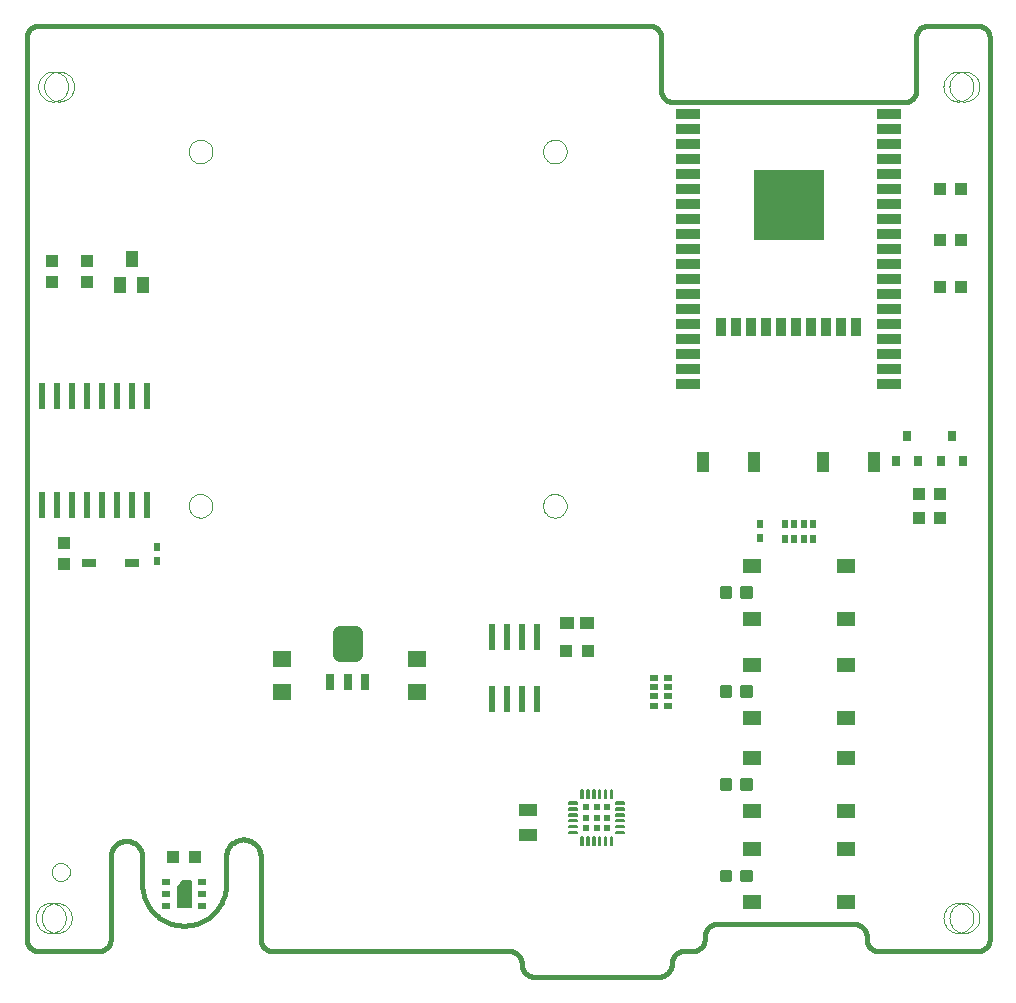
<source format=gtp>
G75*
G70*
%OFA0B0*%
%FSLAX24Y24*%
%IPPOS*%
%LPD*%
%AMOC8*
5,1,8,0,0,1.08239X$1,22.5*
%
%ADD10C,0.0000*%
%ADD11C,0.0160*%
%ADD12R,0.0591X0.0354*%
%ADD13R,0.0354X0.0591*%
%ADD14R,0.2362X0.2362*%
%ADD15C,0.0118*%
%ADD16R,0.0610X0.0512*%
%ADD17R,0.1244X0.1244*%
%ADD18R,0.0787X0.0354*%
%ADD19C,0.0055*%
%ADD20R,0.0236X0.0236*%
%ADD21R,0.0630X0.0433*%
%ADD22R,0.0315X0.0354*%
%ADD23R,0.0394X0.0433*%
%ADD24R,0.0236X0.0866*%
%ADD25R,0.0472X0.0276*%
%ADD26R,0.0433X0.0394*%
%ADD27R,0.0197X0.0276*%
%ADD28R,0.0400X0.0700*%
%ADD29R,0.0315X0.0197*%
%ADD30R,0.0079X0.0079*%
%ADD31C,0.0050*%
%ADD32R,0.0256X0.0197*%
%ADD33R,0.0197X0.0256*%
%ADD34R,0.0240X0.0870*%
%ADD35R,0.0394X0.0551*%
%ADD36R,0.0453X0.0433*%
%ADD37R,0.0630X0.0551*%
%ADD38R,0.0315X0.0551*%
%ADD39C,0.0500*%
D10*
X001696Y002796D02*
X001698Y002840D01*
X001704Y002884D01*
X001714Y002927D01*
X001727Y002969D01*
X001744Y003010D01*
X001765Y003049D01*
X001789Y003086D01*
X001816Y003121D01*
X001846Y003153D01*
X001879Y003183D01*
X001915Y003209D01*
X001952Y003233D01*
X001992Y003252D01*
X002033Y003269D01*
X002076Y003281D01*
X002119Y003290D01*
X002163Y003295D01*
X002207Y003296D01*
X002251Y003293D01*
X002295Y003286D01*
X002338Y003275D01*
X002380Y003261D01*
X002420Y003243D01*
X002459Y003221D01*
X002495Y003197D01*
X002529Y003169D01*
X002561Y003138D01*
X002590Y003104D01*
X002616Y003068D01*
X002638Y003030D01*
X002657Y002990D01*
X002672Y002948D01*
X002684Y002906D01*
X002692Y002862D01*
X002696Y002818D01*
X002696Y002774D01*
X002692Y002730D01*
X002684Y002686D01*
X002672Y002644D01*
X002657Y002602D01*
X002638Y002562D01*
X002616Y002524D01*
X002590Y002488D01*
X002561Y002454D01*
X002529Y002423D01*
X002495Y002395D01*
X002459Y002371D01*
X002420Y002349D01*
X002380Y002331D01*
X002338Y002317D01*
X002295Y002306D01*
X002251Y002299D01*
X002207Y002296D01*
X002163Y002297D01*
X002119Y002302D01*
X002076Y002311D01*
X002033Y002323D01*
X001992Y002340D01*
X001952Y002359D01*
X001915Y002383D01*
X001879Y002409D01*
X001846Y002439D01*
X001816Y002471D01*
X001789Y002506D01*
X001765Y002543D01*
X001744Y002582D01*
X001727Y002623D01*
X001714Y002665D01*
X001704Y002708D01*
X001698Y002752D01*
X001696Y002796D01*
X001896Y002796D02*
X001898Y002840D01*
X001904Y002884D01*
X001914Y002927D01*
X001927Y002969D01*
X001944Y003010D01*
X001965Y003049D01*
X001989Y003086D01*
X002016Y003121D01*
X002046Y003153D01*
X002079Y003183D01*
X002115Y003209D01*
X002152Y003233D01*
X002192Y003252D01*
X002233Y003269D01*
X002276Y003281D01*
X002319Y003290D01*
X002363Y003295D01*
X002407Y003296D01*
X002451Y003293D01*
X002495Y003286D01*
X002538Y003275D01*
X002580Y003261D01*
X002620Y003243D01*
X002659Y003221D01*
X002695Y003197D01*
X002729Y003169D01*
X002761Y003138D01*
X002790Y003104D01*
X002816Y003068D01*
X002838Y003030D01*
X002857Y002990D01*
X002872Y002948D01*
X002884Y002906D01*
X002892Y002862D01*
X002896Y002818D01*
X002896Y002774D01*
X002892Y002730D01*
X002884Y002686D01*
X002872Y002644D01*
X002857Y002602D01*
X002838Y002562D01*
X002816Y002524D01*
X002790Y002488D01*
X002761Y002454D01*
X002729Y002423D01*
X002695Y002395D01*
X002659Y002371D01*
X002620Y002349D01*
X002580Y002331D01*
X002538Y002317D01*
X002495Y002306D01*
X002451Y002299D01*
X002407Y002296D01*
X002363Y002297D01*
X002319Y002302D01*
X002276Y002311D01*
X002233Y002323D01*
X002192Y002340D01*
X002152Y002359D01*
X002115Y002383D01*
X002079Y002409D01*
X002046Y002439D01*
X002016Y002471D01*
X001989Y002506D01*
X001965Y002543D01*
X001944Y002582D01*
X001927Y002623D01*
X001914Y002665D01*
X001904Y002708D01*
X001898Y002752D01*
X001896Y002796D01*
X002232Y004331D02*
X002234Y004365D01*
X002240Y004399D01*
X002249Y004432D01*
X002263Y004463D01*
X002280Y004493D01*
X002300Y004521D01*
X002323Y004546D01*
X002349Y004569D01*
X002377Y004588D01*
X002407Y004604D01*
X002439Y004616D01*
X002472Y004625D01*
X002506Y004630D01*
X002541Y004631D01*
X002575Y004628D01*
X002608Y004621D01*
X002641Y004611D01*
X002672Y004596D01*
X002701Y004579D01*
X002728Y004558D01*
X002753Y004534D01*
X002775Y004507D01*
X002793Y004479D01*
X002808Y004448D01*
X002820Y004416D01*
X002828Y004382D01*
X002832Y004348D01*
X002832Y004314D01*
X002828Y004280D01*
X002820Y004246D01*
X002808Y004214D01*
X002793Y004183D01*
X002775Y004155D01*
X002753Y004128D01*
X002728Y004104D01*
X002701Y004083D01*
X002672Y004066D01*
X002641Y004051D01*
X002608Y004041D01*
X002575Y004034D01*
X002541Y004031D01*
X002506Y004032D01*
X002472Y004037D01*
X002439Y004046D01*
X002407Y004058D01*
X002377Y004074D01*
X002349Y004093D01*
X002323Y004116D01*
X002300Y004141D01*
X002280Y004169D01*
X002263Y004199D01*
X002249Y004230D01*
X002240Y004263D01*
X002234Y004297D01*
X002232Y004331D01*
X006792Y016535D02*
X006794Y016574D01*
X006800Y016613D01*
X006810Y016651D01*
X006823Y016688D01*
X006840Y016723D01*
X006860Y016757D01*
X006884Y016788D01*
X006911Y016817D01*
X006940Y016843D01*
X006972Y016866D01*
X007006Y016886D01*
X007042Y016902D01*
X007079Y016914D01*
X007118Y016923D01*
X007157Y016928D01*
X007196Y016929D01*
X007235Y016926D01*
X007274Y016919D01*
X007311Y016908D01*
X007348Y016894D01*
X007383Y016876D01*
X007416Y016855D01*
X007447Y016830D01*
X007475Y016803D01*
X007500Y016773D01*
X007522Y016740D01*
X007541Y016706D01*
X007556Y016670D01*
X007568Y016632D01*
X007576Y016594D01*
X007580Y016555D01*
X007580Y016515D01*
X007576Y016476D01*
X007568Y016438D01*
X007556Y016400D01*
X007541Y016364D01*
X007522Y016330D01*
X007500Y016297D01*
X007475Y016267D01*
X007447Y016240D01*
X007416Y016215D01*
X007383Y016194D01*
X007348Y016176D01*
X007311Y016162D01*
X007274Y016151D01*
X007235Y016144D01*
X007196Y016141D01*
X007157Y016142D01*
X007118Y016147D01*
X007079Y016156D01*
X007042Y016168D01*
X007006Y016184D01*
X006972Y016204D01*
X006940Y016227D01*
X006911Y016253D01*
X006884Y016282D01*
X006860Y016313D01*
X006840Y016347D01*
X006823Y016382D01*
X006810Y016419D01*
X006800Y016457D01*
X006794Y016496D01*
X006792Y016535D01*
X006792Y028346D02*
X006794Y028385D01*
X006800Y028424D01*
X006810Y028462D01*
X006823Y028499D01*
X006840Y028534D01*
X006860Y028568D01*
X006884Y028599D01*
X006911Y028628D01*
X006940Y028654D01*
X006972Y028677D01*
X007006Y028697D01*
X007042Y028713D01*
X007079Y028725D01*
X007118Y028734D01*
X007157Y028739D01*
X007196Y028740D01*
X007235Y028737D01*
X007274Y028730D01*
X007311Y028719D01*
X007348Y028705D01*
X007383Y028687D01*
X007416Y028666D01*
X007447Y028641D01*
X007475Y028614D01*
X007500Y028584D01*
X007522Y028551D01*
X007541Y028517D01*
X007556Y028481D01*
X007568Y028443D01*
X007576Y028405D01*
X007580Y028366D01*
X007580Y028326D01*
X007576Y028287D01*
X007568Y028249D01*
X007556Y028211D01*
X007541Y028175D01*
X007522Y028141D01*
X007500Y028108D01*
X007475Y028078D01*
X007447Y028051D01*
X007416Y028026D01*
X007383Y028005D01*
X007348Y027987D01*
X007311Y027973D01*
X007274Y027962D01*
X007235Y027955D01*
X007196Y027952D01*
X007157Y027953D01*
X007118Y027958D01*
X007079Y027967D01*
X007042Y027979D01*
X007006Y027995D01*
X006972Y028015D01*
X006940Y028038D01*
X006911Y028064D01*
X006884Y028093D01*
X006860Y028124D01*
X006840Y028158D01*
X006823Y028193D01*
X006810Y028230D01*
X006800Y028268D01*
X006794Y028307D01*
X006792Y028346D01*
X001974Y030512D02*
X001976Y030556D01*
X001982Y030600D01*
X001992Y030643D01*
X002005Y030685D01*
X002022Y030726D01*
X002043Y030765D01*
X002067Y030802D01*
X002094Y030837D01*
X002124Y030869D01*
X002157Y030899D01*
X002193Y030925D01*
X002230Y030949D01*
X002270Y030968D01*
X002311Y030985D01*
X002354Y030997D01*
X002397Y031006D01*
X002441Y031011D01*
X002485Y031012D01*
X002529Y031009D01*
X002573Y031002D01*
X002616Y030991D01*
X002658Y030977D01*
X002698Y030959D01*
X002737Y030937D01*
X002773Y030913D01*
X002807Y030885D01*
X002839Y030854D01*
X002868Y030820D01*
X002894Y030784D01*
X002916Y030746D01*
X002935Y030706D01*
X002950Y030664D01*
X002962Y030622D01*
X002970Y030578D01*
X002974Y030534D01*
X002974Y030490D01*
X002970Y030446D01*
X002962Y030402D01*
X002950Y030360D01*
X002935Y030318D01*
X002916Y030278D01*
X002894Y030240D01*
X002868Y030204D01*
X002839Y030170D01*
X002807Y030139D01*
X002773Y030111D01*
X002737Y030087D01*
X002698Y030065D01*
X002658Y030047D01*
X002616Y030033D01*
X002573Y030022D01*
X002529Y030015D01*
X002485Y030012D01*
X002441Y030013D01*
X002397Y030018D01*
X002354Y030027D01*
X002311Y030039D01*
X002270Y030056D01*
X002230Y030075D01*
X002193Y030099D01*
X002157Y030125D01*
X002124Y030155D01*
X002094Y030187D01*
X002067Y030222D01*
X002043Y030259D01*
X002022Y030298D01*
X002005Y030339D01*
X001992Y030381D01*
X001982Y030424D01*
X001976Y030468D01*
X001974Y030512D01*
X001774Y030512D02*
X001776Y030556D01*
X001782Y030600D01*
X001792Y030643D01*
X001805Y030685D01*
X001822Y030726D01*
X001843Y030765D01*
X001867Y030802D01*
X001894Y030837D01*
X001924Y030869D01*
X001957Y030899D01*
X001993Y030925D01*
X002030Y030949D01*
X002070Y030968D01*
X002111Y030985D01*
X002154Y030997D01*
X002197Y031006D01*
X002241Y031011D01*
X002285Y031012D01*
X002329Y031009D01*
X002373Y031002D01*
X002416Y030991D01*
X002458Y030977D01*
X002498Y030959D01*
X002537Y030937D01*
X002573Y030913D01*
X002607Y030885D01*
X002639Y030854D01*
X002668Y030820D01*
X002694Y030784D01*
X002716Y030746D01*
X002735Y030706D01*
X002750Y030664D01*
X002762Y030622D01*
X002770Y030578D01*
X002774Y030534D01*
X002774Y030490D01*
X002770Y030446D01*
X002762Y030402D01*
X002750Y030360D01*
X002735Y030318D01*
X002716Y030278D01*
X002694Y030240D01*
X002668Y030204D01*
X002639Y030170D01*
X002607Y030139D01*
X002573Y030111D01*
X002537Y030087D01*
X002498Y030065D01*
X002458Y030047D01*
X002416Y030033D01*
X002373Y030022D01*
X002329Y030015D01*
X002285Y030012D01*
X002241Y030013D01*
X002197Y030018D01*
X002154Y030027D01*
X002111Y030039D01*
X002070Y030056D01*
X002030Y030075D01*
X001993Y030099D01*
X001957Y030125D01*
X001924Y030155D01*
X001894Y030187D01*
X001867Y030222D01*
X001843Y030259D01*
X001822Y030298D01*
X001805Y030339D01*
X001792Y030381D01*
X001782Y030424D01*
X001776Y030468D01*
X001774Y030512D01*
X018603Y028346D02*
X018605Y028385D01*
X018611Y028424D01*
X018621Y028462D01*
X018634Y028499D01*
X018651Y028534D01*
X018671Y028568D01*
X018695Y028599D01*
X018722Y028628D01*
X018751Y028654D01*
X018783Y028677D01*
X018817Y028697D01*
X018853Y028713D01*
X018890Y028725D01*
X018929Y028734D01*
X018968Y028739D01*
X019007Y028740D01*
X019046Y028737D01*
X019085Y028730D01*
X019122Y028719D01*
X019159Y028705D01*
X019194Y028687D01*
X019227Y028666D01*
X019258Y028641D01*
X019286Y028614D01*
X019311Y028584D01*
X019333Y028551D01*
X019352Y028517D01*
X019367Y028481D01*
X019379Y028443D01*
X019387Y028405D01*
X019391Y028366D01*
X019391Y028326D01*
X019387Y028287D01*
X019379Y028249D01*
X019367Y028211D01*
X019352Y028175D01*
X019333Y028141D01*
X019311Y028108D01*
X019286Y028078D01*
X019258Y028051D01*
X019227Y028026D01*
X019194Y028005D01*
X019159Y027987D01*
X019122Y027973D01*
X019085Y027962D01*
X019046Y027955D01*
X019007Y027952D01*
X018968Y027953D01*
X018929Y027958D01*
X018890Y027967D01*
X018853Y027979D01*
X018817Y027995D01*
X018783Y028015D01*
X018751Y028038D01*
X018722Y028064D01*
X018695Y028093D01*
X018671Y028124D01*
X018651Y028158D01*
X018634Y028193D01*
X018621Y028230D01*
X018611Y028268D01*
X018605Y028307D01*
X018603Y028346D01*
X018603Y016535D02*
X018605Y016574D01*
X018611Y016613D01*
X018621Y016651D01*
X018634Y016688D01*
X018651Y016723D01*
X018671Y016757D01*
X018695Y016788D01*
X018722Y016817D01*
X018751Y016843D01*
X018783Y016866D01*
X018817Y016886D01*
X018853Y016902D01*
X018890Y016914D01*
X018929Y016923D01*
X018968Y016928D01*
X019007Y016929D01*
X019046Y016926D01*
X019085Y016919D01*
X019122Y016908D01*
X019159Y016894D01*
X019194Y016876D01*
X019227Y016855D01*
X019258Y016830D01*
X019286Y016803D01*
X019311Y016773D01*
X019333Y016740D01*
X019352Y016706D01*
X019367Y016670D01*
X019379Y016632D01*
X019387Y016594D01*
X019391Y016555D01*
X019391Y016515D01*
X019387Y016476D01*
X019379Y016438D01*
X019367Y016400D01*
X019352Y016364D01*
X019333Y016330D01*
X019311Y016297D01*
X019286Y016267D01*
X019258Y016240D01*
X019227Y016215D01*
X019194Y016194D01*
X019159Y016176D01*
X019122Y016162D01*
X019085Y016151D01*
X019046Y016144D01*
X019007Y016141D01*
X018968Y016142D01*
X018929Y016147D01*
X018890Y016156D01*
X018853Y016168D01*
X018817Y016184D01*
X018783Y016204D01*
X018751Y016227D01*
X018722Y016253D01*
X018695Y016282D01*
X018671Y016313D01*
X018651Y016347D01*
X018634Y016382D01*
X018621Y016419D01*
X018611Y016457D01*
X018605Y016496D01*
X018603Y016535D01*
X031953Y002796D02*
X031955Y002840D01*
X031961Y002884D01*
X031971Y002927D01*
X031984Y002969D01*
X032001Y003010D01*
X032022Y003049D01*
X032046Y003086D01*
X032073Y003121D01*
X032103Y003153D01*
X032136Y003183D01*
X032172Y003209D01*
X032209Y003233D01*
X032249Y003252D01*
X032290Y003269D01*
X032333Y003281D01*
X032376Y003290D01*
X032420Y003295D01*
X032464Y003296D01*
X032508Y003293D01*
X032552Y003286D01*
X032595Y003275D01*
X032637Y003261D01*
X032677Y003243D01*
X032716Y003221D01*
X032752Y003197D01*
X032786Y003169D01*
X032818Y003138D01*
X032847Y003104D01*
X032873Y003068D01*
X032895Y003030D01*
X032914Y002990D01*
X032929Y002948D01*
X032941Y002906D01*
X032949Y002862D01*
X032953Y002818D01*
X032953Y002774D01*
X032949Y002730D01*
X032941Y002686D01*
X032929Y002644D01*
X032914Y002602D01*
X032895Y002562D01*
X032873Y002524D01*
X032847Y002488D01*
X032818Y002454D01*
X032786Y002423D01*
X032752Y002395D01*
X032716Y002371D01*
X032677Y002349D01*
X032637Y002331D01*
X032595Y002317D01*
X032552Y002306D01*
X032508Y002299D01*
X032464Y002296D01*
X032420Y002297D01*
X032376Y002302D01*
X032333Y002311D01*
X032290Y002323D01*
X032249Y002340D01*
X032209Y002359D01*
X032172Y002383D01*
X032136Y002409D01*
X032103Y002439D01*
X032073Y002471D01*
X032046Y002506D01*
X032022Y002543D01*
X032001Y002582D01*
X031984Y002623D01*
X031971Y002665D01*
X031961Y002708D01*
X031955Y002752D01*
X031953Y002796D01*
X032153Y002796D02*
X032155Y002840D01*
X032161Y002884D01*
X032171Y002927D01*
X032184Y002969D01*
X032201Y003010D01*
X032222Y003049D01*
X032246Y003086D01*
X032273Y003121D01*
X032303Y003153D01*
X032336Y003183D01*
X032372Y003209D01*
X032409Y003233D01*
X032449Y003252D01*
X032490Y003269D01*
X032533Y003281D01*
X032576Y003290D01*
X032620Y003295D01*
X032664Y003296D01*
X032708Y003293D01*
X032752Y003286D01*
X032795Y003275D01*
X032837Y003261D01*
X032877Y003243D01*
X032916Y003221D01*
X032952Y003197D01*
X032986Y003169D01*
X033018Y003138D01*
X033047Y003104D01*
X033073Y003068D01*
X033095Y003030D01*
X033114Y002990D01*
X033129Y002948D01*
X033141Y002906D01*
X033149Y002862D01*
X033153Y002818D01*
X033153Y002774D01*
X033149Y002730D01*
X033141Y002686D01*
X033129Y002644D01*
X033114Y002602D01*
X033095Y002562D01*
X033073Y002524D01*
X033047Y002488D01*
X033018Y002454D01*
X032986Y002423D01*
X032952Y002395D01*
X032916Y002371D01*
X032877Y002349D01*
X032837Y002331D01*
X032795Y002317D01*
X032752Y002306D01*
X032708Y002299D01*
X032664Y002296D01*
X032620Y002297D01*
X032576Y002302D01*
X032533Y002311D01*
X032490Y002323D01*
X032449Y002340D01*
X032409Y002359D01*
X032372Y002383D01*
X032336Y002409D01*
X032303Y002439D01*
X032273Y002471D01*
X032246Y002506D01*
X032222Y002543D01*
X032201Y002582D01*
X032184Y002623D01*
X032171Y002665D01*
X032161Y002708D01*
X032155Y002752D01*
X032153Y002796D01*
X031953Y030512D02*
X031955Y030556D01*
X031961Y030600D01*
X031971Y030643D01*
X031984Y030685D01*
X032001Y030726D01*
X032022Y030765D01*
X032046Y030802D01*
X032073Y030837D01*
X032103Y030869D01*
X032136Y030899D01*
X032172Y030925D01*
X032209Y030949D01*
X032249Y030968D01*
X032290Y030985D01*
X032333Y030997D01*
X032376Y031006D01*
X032420Y031011D01*
X032464Y031012D01*
X032508Y031009D01*
X032552Y031002D01*
X032595Y030991D01*
X032637Y030977D01*
X032677Y030959D01*
X032716Y030937D01*
X032752Y030913D01*
X032786Y030885D01*
X032818Y030854D01*
X032847Y030820D01*
X032873Y030784D01*
X032895Y030746D01*
X032914Y030706D01*
X032929Y030664D01*
X032941Y030622D01*
X032949Y030578D01*
X032953Y030534D01*
X032953Y030490D01*
X032949Y030446D01*
X032941Y030402D01*
X032929Y030360D01*
X032914Y030318D01*
X032895Y030278D01*
X032873Y030240D01*
X032847Y030204D01*
X032818Y030170D01*
X032786Y030139D01*
X032752Y030111D01*
X032716Y030087D01*
X032677Y030065D01*
X032637Y030047D01*
X032595Y030033D01*
X032552Y030022D01*
X032508Y030015D01*
X032464Y030012D01*
X032420Y030013D01*
X032376Y030018D01*
X032333Y030027D01*
X032290Y030039D01*
X032249Y030056D01*
X032209Y030075D01*
X032172Y030099D01*
X032136Y030125D01*
X032103Y030155D01*
X032073Y030187D01*
X032046Y030222D01*
X032022Y030259D01*
X032001Y030298D01*
X031984Y030339D01*
X031971Y030381D01*
X031961Y030424D01*
X031955Y030468D01*
X031953Y030512D01*
X032153Y030512D02*
X032155Y030556D01*
X032161Y030600D01*
X032171Y030643D01*
X032184Y030685D01*
X032201Y030726D01*
X032222Y030765D01*
X032246Y030802D01*
X032273Y030837D01*
X032303Y030869D01*
X032336Y030899D01*
X032372Y030925D01*
X032409Y030949D01*
X032449Y030968D01*
X032490Y030985D01*
X032533Y030997D01*
X032576Y031006D01*
X032620Y031011D01*
X032664Y031012D01*
X032708Y031009D01*
X032752Y031002D01*
X032795Y030991D01*
X032837Y030977D01*
X032877Y030959D01*
X032916Y030937D01*
X032952Y030913D01*
X032986Y030885D01*
X033018Y030854D01*
X033047Y030820D01*
X033073Y030784D01*
X033095Y030746D01*
X033114Y030706D01*
X033129Y030664D01*
X033141Y030622D01*
X033149Y030578D01*
X033153Y030534D01*
X033153Y030490D01*
X033149Y030446D01*
X033141Y030402D01*
X033129Y030360D01*
X033114Y030318D01*
X033095Y030278D01*
X033073Y030240D01*
X033047Y030204D01*
X033018Y030170D01*
X032986Y030139D01*
X032952Y030111D01*
X032916Y030087D01*
X032877Y030065D01*
X032837Y030047D01*
X032795Y030033D01*
X032752Y030022D01*
X032708Y030015D01*
X032664Y030012D01*
X032620Y030013D01*
X032576Y030018D01*
X032533Y030027D01*
X032490Y030039D01*
X032449Y030056D01*
X032409Y030075D01*
X032372Y030099D01*
X032336Y030125D01*
X032303Y030155D01*
X032273Y030187D01*
X032246Y030222D01*
X032222Y030259D01*
X032201Y030298D01*
X032184Y030339D01*
X032171Y030381D01*
X032161Y030424D01*
X032155Y030468D01*
X032153Y030512D01*
D11*
X003790Y001690D02*
X001790Y001690D01*
X001751Y001692D01*
X001712Y001698D01*
X001674Y001707D01*
X001637Y001720D01*
X001601Y001737D01*
X001568Y001757D01*
X001536Y001781D01*
X001507Y001807D01*
X001481Y001836D01*
X001457Y001868D01*
X001437Y001901D01*
X001420Y001937D01*
X001407Y001974D01*
X001398Y002012D01*
X001392Y002051D01*
X001390Y002090D01*
X001390Y032140D01*
X001392Y032179D01*
X001398Y032218D01*
X001407Y032256D01*
X001420Y032293D01*
X001437Y032329D01*
X001457Y032362D01*
X001481Y032394D01*
X001507Y032423D01*
X001536Y032449D01*
X001568Y032473D01*
X001601Y032493D01*
X001637Y032510D01*
X001674Y032523D01*
X001712Y032532D01*
X001751Y032538D01*
X001790Y032540D01*
X022140Y032540D01*
X022179Y032538D01*
X022218Y032532D01*
X022256Y032523D01*
X022293Y032510D01*
X022329Y032493D01*
X022362Y032473D01*
X022394Y032449D01*
X022423Y032423D01*
X022449Y032394D01*
X022473Y032362D01*
X022493Y032329D01*
X022510Y032293D01*
X022523Y032256D01*
X022532Y032218D01*
X022538Y032179D01*
X022540Y032140D01*
X022540Y030390D01*
X022542Y030351D01*
X022548Y030312D01*
X022557Y030274D01*
X022570Y030237D01*
X022587Y030201D01*
X022607Y030168D01*
X022631Y030136D01*
X022657Y030107D01*
X022686Y030081D01*
X022718Y030057D01*
X022751Y030037D01*
X022787Y030020D01*
X022824Y030007D01*
X022862Y029998D01*
X022901Y029992D01*
X022940Y029990D01*
X030640Y029990D01*
X030679Y029992D01*
X030718Y029998D01*
X030756Y030007D01*
X030793Y030020D01*
X030829Y030037D01*
X030862Y030057D01*
X030894Y030081D01*
X030923Y030107D01*
X030949Y030136D01*
X030973Y030168D01*
X030993Y030201D01*
X031010Y030237D01*
X031023Y030274D01*
X031032Y030312D01*
X031038Y030351D01*
X031040Y030390D01*
X031040Y032140D01*
X031042Y032179D01*
X031048Y032218D01*
X031057Y032256D01*
X031070Y032293D01*
X031087Y032329D01*
X031107Y032362D01*
X031131Y032394D01*
X031157Y032423D01*
X031186Y032449D01*
X031218Y032473D01*
X031251Y032493D01*
X031287Y032510D01*
X031324Y032523D01*
X031362Y032532D01*
X031401Y032538D01*
X031440Y032540D01*
X033090Y032540D01*
X033129Y032538D01*
X033168Y032532D01*
X033206Y032523D01*
X033243Y032510D01*
X033279Y032493D01*
X033312Y032473D01*
X033344Y032449D01*
X033373Y032423D01*
X033399Y032394D01*
X033423Y032362D01*
X033443Y032329D01*
X033460Y032293D01*
X033473Y032256D01*
X033482Y032218D01*
X033488Y032179D01*
X033490Y032140D01*
X033490Y002090D01*
X033488Y002051D01*
X033482Y002012D01*
X033473Y001974D01*
X033460Y001937D01*
X033443Y001901D01*
X033423Y001868D01*
X033399Y001836D01*
X033373Y001807D01*
X033344Y001781D01*
X033312Y001757D01*
X033279Y001737D01*
X033243Y001720D01*
X033206Y001707D01*
X033168Y001698D01*
X033129Y001692D01*
X033090Y001690D01*
X029790Y001690D01*
X029751Y001692D01*
X029712Y001698D01*
X029674Y001707D01*
X029637Y001720D01*
X029601Y001737D01*
X029568Y001757D01*
X029536Y001781D01*
X029507Y001807D01*
X029481Y001836D01*
X029457Y001868D01*
X029437Y001901D01*
X029420Y001937D01*
X029407Y001974D01*
X029398Y002012D01*
X029392Y002051D01*
X029390Y002090D01*
X029390Y002190D01*
X029388Y002229D01*
X029382Y002268D01*
X029373Y002306D01*
X029360Y002343D01*
X029343Y002379D01*
X029323Y002412D01*
X029299Y002444D01*
X029273Y002473D01*
X029244Y002499D01*
X029212Y002523D01*
X029179Y002543D01*
X029143Y002560D01*
X029106Y002573D01*
X029068Y002582D01*
X029029Y002588D01*
X028990Y002590D01*
X024390Y002590D01*
X024351Y002588D01*
X024312Y002582D01*
X024274Y002573D01*
X024237Y002560D01*
X024201Y002543D01*
X024168Y002523D01*
X024136Y002499D01*
X024107Y002473D01*
X024081Y002444D01*
X024057Y002412D01*
X024037Y002379D01*
X024020Y002343D01*
X024007Y002306D01*
X023998Y002268D01*
X023992Y002229D01*
X023990Y002190D01*
X023990Y002090D01*
X023988Y002051D01*
X023982Y002012D01*
X023973Y001974D01*
X023960Y001937D01*
X023943Y001901D01*
X023923Y001868D01*
X023899Y001836D01*
X023873Y001807D01*
X023844Y001781D01*
X023812Y001757D01*
X023779Y001737D01*
X023743Y001720D01*
X023706Y001707D01*
X023668Y001698D01*
X023629Y001692D01*
X023590Y001690D01*
X023290Y001690D01*
X023251Y001688D01*
X023212Y001682D01*
X023174Y001673D01*
X023137Y001660D01*
X023101Y001643D01*
X023068Y001623D01*
X023036Y001599D01*
X023007Y001573D01*
X022981Y001544D01*
X022957Y001512D01*
X022937Y001479D01*
X022920Y001443D01*
X022907Y001406D01*
X022898Y001368D01*
X022892Y001329D01*
X022890Y001290D01*
X022891Y001251D01*
X022888Y001211D01*
X022881Y001173D01*
X022871Y001135D01*
X022857Y001098D01*
X022840Y001062D01*
X022819Y001029D01*
X022796Y000997D01*
X022770Y000968D01*
X022741Y000941D01*
X022710Y000917D01*
X022677Y000895D01*
X022642Y000877D01*
X022605Y000863D01*
X022568Y000852D01*
X022529Y000844D01*
X022490Y000840D01*
X018290Y000840D01*
X018251Y000844D01*
X018212Y000852D01*
X018175Y000863D01*
X018138Y000877D01*
X018103Y000895D01*
X018070Y000917D01*
X018039Y000941D01*
X018010Y000968D01*
X017984Y000997D01*
X017961Y001029D01*
X017940Y001062D01*
X017923Y001098D01*
X017909Y001135D01*
X017899Y001173D01*
X017892Y001211D01*
X017889Y001251D01*
X017890Y001290D01*
X017888Y001329D01*
X017882Y001368D01*
X017873Y001406D01*
X017860Y001443D01*
X017843Y001479D01*
X017823Y001512D01*
X017799Y001544D01*
X017773Y001573D01*
X017744Y001599D01*
X017712Y001623D01*
X017679Y001643D01*
X017643Y001660D01*
X017606Y001673D01*
X017568Y001682D01*
X017529Y001688D01*
X017490Y001690D01*
X009590Y001690D01*
X009551Y001692D01*
X009512Y001698D01*
X009474Y001707D01*
X009437Y001720D01*
X009401Y001737D01*
X009368Y001757D01*
X009336Y001781D01*
X009307Y001807D01*
X009281Y001836D01*
X009257Y001868D01*
X009237Y001901D01*
X009220Y001937D01*
X009207Y001974D01*
X009198Y002012D01*
X009192Y002051D01*
X009190Y002090D01*
X009190Y004840D01*
X009188Y004886D01*
X009183Y004932D01*
X009173Y004978D01*
X009160Y005022D01*
X009144Y005065D01*
X009124Y005107D01*
X009101Y005147D01*
X009075Y005185D01*
X009045Y005221D01*
X009013Y005255D01*
X008979Y005285D01*
X008942Y005313D01*
X008903Y005338D01*
X008861Y005359D01*
X008819Y005378D01*
X008775Y005392D01*
X008730Y005403D01*
X008684Y005411D01*
X008638Y005415D01*
X008592Y005415D01*
X008546Y005411D01*
X008500Y005403D01*
X008455Y005392D01*
X008411Y005378D01*
X008369Y005359D01*
X008327Y005338D01*
X008288Y005313D01*
X008251Y005285D01*
X008217Y005255D01*
X008185Y005221D01*
X008155Y005185D01*
X008129Y005147D01*
X008106Y005107D01*
X008086Y005065D01*
X008070Y005022D01*
X008057Y004978D01*
X008047Y004932D01*
X008042Y004886D01*
X008040Y004840D01*
X008040Y003940D01*
X008038Y003867D01*
X008032Y003794D01*
X008023Y003721D01*
X008009Y003649D01*
X007992Y003578D01*
X007971Y003507D01*
X007947Y003438D01*
X007919Y003371D01*
X007887Y003304D01*
X007852Y003240D01*
X007814Y003178D01*
X007773Y003117D01*
X007728Y003059D01*
X007680Y003003D01*
X007630Y002950D01*
X007577Y002900D01*
X007521Y002852D01*
X007463Y002807D01*
X007402Y002766D01*
X007340Y002728D01*
X007276Y002693D01*
X007209Y002661D01*
X007142Y002633D01*
X007073Y002609D01*
X007002Y002588D01*
X006931Y002571D01*
X006859Y002557D01*
X006786Y002548D01*
X006713Y002542D01*
X006640Y002540D01*
X006567Y002542D01*
X006494Y002548D01*
X006421Y002557D01*
X006349Y002571D01*
X006278Y002588D01*
X006207Y002609D01*
X006138Y002633D01*
X006071Y002661D01*
X006004Y002693D01*
X005940Y002728D01*
X005878Y002766D01*
X005817Y002807D01*
X005759Y002852D01*
X005703Y002900D01*
X005650Y002950D01*
X005600Y003003D01*
X005552Y003059D01*
X005507Y003117D01*
X005466Y003178D01*
X005428Y003240D01*
X005393Y003304D01*
X005361Y003371D01*
X005333Y003438D01*
X005309Y003507D01*
X005288Y003578D01*
X005271Y003649D01*
X005257Y003721D01*
X005248Y003794D01*
X005242Y003867D01*
X005240Y003940D01*
X005240Y004840D01*
X005238Y004885D01*
X005232Y004929D01*
X005223Y004972D01*
X005210Y005015D01*
X005193Y005056D01*
X005173Y005096D01*
X005150Y005134D01*
X005123Y005170D01*
X005094Y005203D01*
X005062Y005234D01*
X005027Y005262D01*
X004990Y005287D01*
X004951Y005309D01*
X004911Y005327D01*
X004869Y005342D01*
X004826Y005353D01*
X004782Y005361D01*
X004737Y005365D01*
X004693Y005365D01*
X004648Y005361D01*
X004604Y005353D01*
X004561Y005342D01*
X004519Y005327D01*
X004479Y005309D01*
X004440Y005287D01*
X004403Y005262D01*
X004368Y005234D01*
X004336Y005203D01*
X004307Y005170D01*
X004280Y005134D01*
X004257Y005096D01*
X004237Y005056D01*
X004220Y005015D01*
X004207Y004972D01*
X004198Y004929D01*
X004192Y004885D01*
X004190Y004840D01*
X004190Y002090D01*
X004188Y002051D01*
X004182Y002012D01*
X004173Y001974D01*
X004160Y001937D01*
X004143Y001901D01*
X004123Y001868D01*
X004099Y001836D01*
X004073Y001807D01*
X004044Y001781D01*
X004012Y001757D01*
X003979Y001737D01*
X003943Y001720D01*
X003906Y001707D01*
X003868Y001698D01*
X003829Y001692D01*
X003790Y001690D01*
D12*
X023547Y023091D03*
X023547Y023591D03*
X023547Y024091D03*
X023547Y024591D03*
X023547Y025091D03*
X023547Y025591D03*
X023547Y026091D03*
X023547Y026591D03*
X023547Y027091D03*
X023547Y027591D03*
X023547Y028091D03*
X023547Y028591D03*
X023547Y029091D03*
X023547Y029591D03*
X030033Y029591D03*
X030033Y029091D03*
X030033Y028591D03*
X030033Y028091D03*
X030033Y027591D03*
X030033Y027091D03*
X030033Y026591D03*
X030033Y026091D03*
X030033Y025591D03*
X030033Y025091D03*
X030033Y024591D03*
X030033Y024091D03*
X030033Y023591D03*
X030033Y023091D03*
D13*
X029040Y022505D03*
X028540Y022505D03*
X028040Y022505D03*
X027540Y022505D03*
X027040Y022505D03*
X026540Y022505D03*
X026040Y022505D03*
X025540Y022505D03*
X025040Y022505D03*
X024540Y022505D03*
D14*
X026790Y026560D03*
D15*
X025247Y013782D02*
X025247Y013506D01*
X025247Y013782D02*
X025523Y013782D01*
X025523Y013506D01*
X025247Y013506D01*
X025247Y013623D02*
X025523Y013623D01*
X025523Y013740D02*
X025247Y013740D01*
X024557Y013782D02*
X024557Y013506D01*
X024557Y013782D02*
X024833Y013782D01*
X024833Y013506D01*
X024557Y013506D01*
X024557Y013623D02*
X024833Y013623D01*
X024833Y013740D02*
X024557Y013740D01*
X024557Y010483D02*
X024557Y010207D01*
X024557Y010483D02*
X024833Y010483D01*
X024833Y010207D01*
X024557Y010207D01*
X024557Y010324D02*
X024833Y010324D01*
X024833Y010441D02*
X024557Y010441D01*
X025247Y010483D02*
X025247Y010207D01*
X025247Y010483D02*
X025523Y010483D01*
X025523Y010207D01*
X025247Y010207D01*
X025247Y010324D02*
X025523Y010324D01*
X025523Y010441D02*
X025247Y010441D01*
X025247Y007389D02*
X025247Y007113D01*
X025247Y007389D02*
X025523Y007389D01*
X025523Y007113D01*
X025247Y007113D01*
X025247Y007230D02*
X025523Y007230D01*
X025523Y007347D02*
X025247Y007347D01*
X024557Y007389D02*
X024557Y007113D01*
X024557Y007389D02*
X024833Y007389D01*
X024833Y007113D01*
X024557Y007113D01*
X024557Y007230D02*
X024833Y007230D01*
X024833Y007347D02*
X024557Y007347D01*
X024557Y004346D02*
X024557Y004070D01*
X024557Y004346D02*
X024833Y004346D01*
X024833Y004070D01*
X024557Y004070D01*
X024557Y004187D02*
X024833Y004187D01*
X024833Y004304D02*
X024557Y004304D01*
X025247Y004346D02*
X025247Y004070D01*
X025247Y004346D02*
X025523Y004346D01*
X025523Y004070D01*
X025247Y004070D01*
X025247Y004187D02*
X025523Y004187D01*
X025523Y004304D02*
X025247Y004304D01*
D16*
X025564Y005094D03*
X025564Y006366D03*
X025564Y008137D03*
X025564Y009459D03*
X025564Y011231D03*
X025564Y012759D03*
X025564Y014530D03*
X028694Y014530D03*
X028694Y012759D03*
X028694Y011231D03*
X028694Y009459D03*
X028694Y008137D03*
X028694Y006366D03*
X028694Y005094D03*
X028694Y003322D03*
X025564Y003322D03*
D17*
X026396Y026639D03*
D18*
X023444Y026592D03*
X023444Y026092D03*
X023444Y025592D03*
X023444Y025092D03*
X023444Y024592D03*
X023444Y024092D03*
X023444Y023592D03*
X023444Y023092D03*
X023444Y022592D03*
X023444Y022092D03*
X023444Y021592D03*
X023444Y021092D03*
X023444Y020592D03*
X030136Y020592D03*
X030136Y021092D03*
X030136Y021592D03*
X030136Y022092D03*
X030136Y022592D03*
X030136Y023092D03*
X030136Y023592D03*
X030136Y024092D03*
X030136Y024592D03*
X030136Y025092D03*
X030136Y025592D03*
X030136Y026092D03*
X030136Y026592D03*
X030136Y027092D03*
X030136Y027592D03*
X030136Y028092D03*
X030136Y028592D03*
X030136Y029092D03*
X030136Y029592D03*
X023444Y029592D03*
X023444Y029092D03*
X023444Y028592D03*
X023444Y028092D03*
X023444Y027592D03*
X023444Y027092D03*
D19*
X020854Y007057D02*
X020854Y006797D01*
X020854Y007057D02*
X020910Y007057D01*
X020910Y006797D01*
X020854Y006797D01*
X020854Y006851D02*
X020910Y006851D01*
X020910Y006905D02*
X020854Y006905D01*
X020854Y006959D02*
X020910Y006959D01*
X020910Y007013D02*
X020854Y007013D01*
X020657Y007057D02*
X020657Y006797D01*
X020657Y007057D02*
X020713Y007057D01*
X020713Y006797D01*
X020657Y006797D01*
X020657Y006851D02*
X020713Y006851D01*
X020713Y006905D02*
X020657Y006905D01*
X020657Y006959D02*
X020713Y006959D01*
X020713Y007013D02*
X020657Y007013D01*
X020460Y007057D02*
X020460Y006797D01*
X020460Y007057D02*
X020516Y007057D01*
X020516Y006797D01*
X020460Y006797D01*
X020460Y006851D02*
X020516Y006851D01*
X020516Y006905D02*
X020460Y006905D01*
X020460Y006959D02*
X020516Y006959D01*
X020516Y007013D02*
X020460Y007013D01*
X020264Y007057D02*
X020264Y006797D01*
X020264Y007057D02*
X020320Y007057D01*
X020320Y006797D01*
X020264Y006797D01*
X020264Y006851D02*
X020320Y006851D01*
X020320Y006905D02*
X020264Y006905D01*
X020264Y006959D02*
X020320Y006959D01*
X020320Y007013D02*
X020264Y007013D01*
X020067Y007057D02*
X020067Y006797D01*
X020067Y007057D02*
X020123Y007057D01*
X020123Y006797D01*
X020067Y006797D01*
X020067Y006851D02*
X020123Y006851D01*
X020123Y006905D02*
X020067Y006905D01*
X020067Y006959D02*
X020123Y006959D01*
X020123Y007013D02*
X020067Y007013D01*
X019870Y007057D02*
X019870Y006797D01*
X019870Y007057D02*
X019926Y007057D01*
X019926Y006797D01*
X019870Y006797D01*
X019870Y006851D02*
X019926Y006851D01*
X019926Y006905D02*
X019870Y006905D01*
X019870Y006959D02*
X019926Y006959D01*
X019926Y007013D02*
X019870Y007013D01*
X019733Y006660D02*
X019473Y006660D01*
X019733Y006660D02*
X019733Y006604D01*
X019473Y006604D01*
X019473Y006660D01*
X019473Y006658D02*
X019733Y006658D01*
X019733Y006463D02*
X019473Y006463D01*
X019733Y006463D02*
X019733Y006407D01*
X019473Y006407D01*
X019473Y006463D01*
X019473Y006461D02*
X019733Y006461D01*
X019733Y006266D02*
X019473Y006266D01*
X019733Y006266D02*
X019733Y006210D01*
X019473Y006210D01*
X019473Y006266D01*
X019473Y006264D02*
X019733Y006264D01*
X019733Y006070D02*
X019473Y006070D01*
X019733Y006070D02*
X019733Y006014D01*
X019473Y006014D01*
X019473Y006070D01*
X019473Y006068D02*
X019733Y006068D01*
X019733Y005873D02*
X019473Y005873D01*
X019733Y005873D02*
X019733Y005817D01*
X019473Y005817D01*
X019473Y005873D01*
X019473Y005871D02*
X019733Y005871D01*
X019733Y005676D02*
X019473Y005676D01*
X019733Y005676D02*
X019733Y005620D01*
X019473Y005620D01*
X019473Y005676D01*
X019473Y005674D02*
X019733Y005674D01*
X019926Y005483D02*
X019926Y005223D01*
X019870Y005223D01*
X019870Y005483D01*
X019926Y005483D01*
X019926Y005277D02*
X019870Y005277D01*
X019870Y005331D02*
X019926Y005331D01*
X019926Y005385D02*
X019870Y005385D01*
X019870Y005439D02*
X019926Y005439D01*
X020123Y005483D02*
X020123Y005223D01*
X020067Y005223D01*
X020067Y005483D01*
X020123Y005483D01*
X020123Y005277D02*
X020067Y005277D01*
X020067Y005331D02*
X020123Y005331D01*
X020123Y005385D02*
X020067Y005385D01*
X020067Y005439D02*
X020123Y005439D01*
X020320Y005483D02*
X020320Y005223D01*
X020264Y005223D01*
X020264Y005483D01*
X020320Y005483D01*
X020320Y005277D02*
X020264Y005277D01*
X020264Y005331D02*
X020320Y005331D01*
X020320Y005385D02*
X020264Y005385D01*
X020264Y005439D02*
X020320Y005439D01*
X020516Y005483D02*
X020516Y005223D01*
X020460Y005223D01*
X020460Y005483D01*
X020516Y005483D01*
X020516Y005277D02*
X020460Y005277D01*
X020460Y005331D02*
X020516Y005331D01*
X020516Y005385D02*
X020460Y005385D01*
X020460Y005439D02*
X020516Y005439D01*
X020713Y005483D02*
X020713Y005223D01*
X020657Y005223D01*
X020657Y005483D01*
X020713Y005483D01*
X020713Y005277D02*
X020657Y005277D01*
X020657Y005331D02*
X020713Y005331D01*
X020713Y005385D02*
X020657Y005385D01*
X020657Y005439D02*
X020713Y005439D01*
X020910Y005483D02*
X020910Y005223D01*
X020854Y005223D01*
X020854Y005483D01*
X020910Y005483D01*
X020910Y005277D02*
X020854Y005277D01*
X020854Y005331D02*
X020910Y005331D01*
X020910Y005385D02*
X020854Y005385D01*
X020854Y005439D02*
X020910Y005439D01*
X021047Y005620D02*
X021307Y005620D01*
X021047Y005620D02*
X021047Y005676D01*
X021307Y005676D01*
X021307Y005620D01*
X021307Y005674D02*
X021047Y005674D01*
X021047Y005817D02*
X021307Y005817D01*
X021047Y005817D02*
X021047Y005873D01*
X021307Y005873D01*
X021307Y005817D01*
X021307Y005871D02*
X021047Y005871D01*
X021047Y006014D02*
X021307Y006014D01*
X021047Y006014D02*
X021047Y006070D01*
X021307Y006070D01*
X021307Y006014D01*
X021307Y006068D02*
X021047Y006068D01*
X021047Y006210D02*
X021307Y006210D01*
X021047Y006210D02*
X021047Y006266D01*
X021307Y006266D01*
X021307Y006210D01*
X021307Y006264D02*
X021047Y006264D01*
X021047Y006407D02*
X021307Y006407D01*
X021047Y006407D02*
X021047Y006463D01*
X021307Y006463D01*
X021307Y006407D01*
X021307Y006461D02*
X021047Y006461D01*
X021047Y006604D02*
X021307Y006604D01*
X021047Y006604D02*
X021047Y006660D01*
X021307Y006660D01*
X021307Y006604D01*
X021307Y006658D02*
X021047Y006658D01*
D20*
X020744Y006494D03*
X020744Y006140D03*
X020390Y006140D03*
X020390Y005786D03*
X020036Y005786D03*
X020036Y006140D03*
X020036Y006494D03*
X020390Y006494D03*
X020744Y005786D03*
D21*
X018090Y005577D03*
X018090Y006403D03*
D22*
X030366Y018046D03*
X031114Y018046D03*
X031866Y018046D03*
X032614Y018046D03*
X032240Y018873D03*
X030740Y018873D03*
D23*
X031135Y016940D03*
X031845Y016940D03*
X031845Y016140D03*
X031135Y016140D03*
X031835Y023840D03*
X032545Y023840D03*
X032545Y025390D03*
X031835Y025390D03*
X031835Y027090D03*
X032545Y027090D03*
X020095Y011690D03*
X019385Y011690D03*
X006995Y004840D03*
X006285Y004840D03*
D24*
X005390Y016579D03*
X004890Y016579D03*
X004390Y016579D03*
X003890Y016579D03*
X003390Y016579D03*
X002890Y016579D03*
X002390Y016579D03*
X001890Y016579D03*
X001890Y020201D03*
X002390Y020201D03*
X002890Y020201D03*
X003390Y020201D03*
X003890Y020201D03*
X004390Y020201D03*
X004890Y020201D03*
X005390Y020201D03*
D25*
X004918Y014640D03*
X003462Y014640D03*
D26*
X002640Y014585D03*
X002640Y015295D03*
X002240Y023985D03*
X002240Y024695D03*
X003390Y024695D03*
X003390Y023985D03*
D27*
X005740Y015170D03*
X005740Y014710D03*
X025840Y015456D03*
X025840Y015916D03*
D28*
X025647Y017990D03*
X023933Y017990D03*
X027933Y017990D03*
X029647Y017990D03*
D29*
X007231Y003984D03*
X007231Y003590D03*
X007231Y003196D03*
X006049Y003196D03*
X006049Y003590D03*
X006049Y003984D03*
D30*
X006640Y003590D03*
D31*
X006423Y003588D02*
X006857Y003588D01*
X006857Y003636D02*
X006423Y003636D01*
X006423Y003685D02*
X006857Y003685D01*
X006857Y003733D02*
X006423Y003733D01*
X006423Y003782D02*
X006857Y003782D01*
X006857Y003830D02*
X006423Y003830D01*
X006423Y003846D02*
X006601Y004023D01*
X006857Y004023D01*
X006857Y003177D01*
X006423Y003177D01*
X006423Y003846D01*
X006456Y003879D02*
X006857Y003879D01*
X006857Y003927D02*
X006505Y003927D01*
X006553Y003976D02*
X006857Y003976D01*
X006857Y003539D02*
X006423Y003539D01*
X006423Y003491D02*
X006857Y003491D01*
X006857Y003442D02*
X006423Y003442D01*
X006423Y003394D02*
X006857Y003394D01*
X006857Y003345D02*
X006423Y003345D01*
X006423Y003297D02*
X006857Y003297D01*
X006857Y003248D02*
X006423Y003248D01*
X006423Y003200D02*
X006857Y003200D01*
D32*
X022294Y009868D03*
X022294Y010183D03*
X022294Y010497D03*
X022294Y010812D03*
X022786Y010812D03*
X022786Y010497D03*
X022786Y010183D03*
X022786Y009868D03*
D33*
X026657Y015444D03*
X026972Y015444D03*
X027287Y015444D03*
X027602Y015444D03*
X027602Y015936D03*
X027287Y015936D03*
X026972Y015936D03*
X026657Y015936D03*
D34*
X018390Y012170D03*
X017890Y012170D03*
X017390Y012170D03*
X016890Y012170D03*
X016890Y010110D03*
X017390Y010110D03*
X017890Y010110D03*
X018390Y010110D03*
D35*
X005264Y023907D03*
X004516Y023907D03*
X004890Y024773D03*
D36*
X019410Y012640D03*
X020070Y012640D03*
D37*
X014390Y011441D03*
X014390Y010339D03*
X009890Y010339D03*
X009890Y011441D03*
D38*
X011500Y010660D03*
X012090Y010660D03*
X012090Y010660D03*
X012680Y010660D03*
D39*
X012340Y011590D02*
X012340Y012290D01*
X012340Y011590D02*
X011840Y011590D01*
X011840Y012290D01*
X012340Y012290D01*
X012340Y012089D02*
X011840Y012089D01*
M02*

</source>
